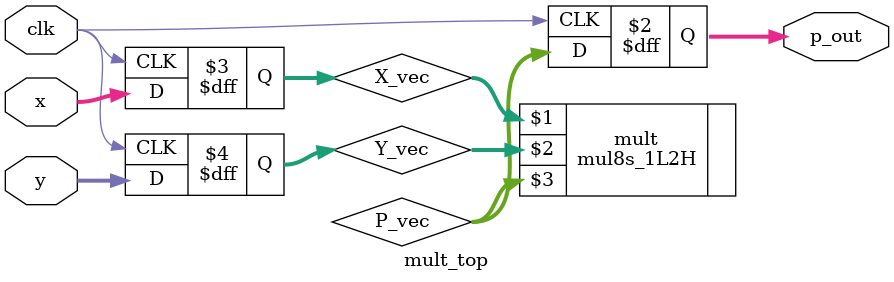
<source format=v>


module mult_top(
    // Clock and reset
    input clk,
    // Input X has a form x_i%d where %d denotes the bit number
    input  [15:0] x,
    // Input Y has a form y_i%d where %d denotes the bit number
    input  [15:0] y,
    // Output P has a form p_out%d where %d denotes the bit number
    output reg [31:0] p_out
    );

    
    // Now we have X_vec and Y_vec signal 
    // Then we do processing with these signals and store the 
    // intermidiate result in P_vec
    // For example purposes X_vec and Y_vec are concanated and stored in P_vec
    wire [31:0] P_vec;
    reg [15:0] X_vec;
    reg [15:0] Y_vec;
    
    mul8s_1L2H mult(X_vec,Y_vec,P_vec); 

 
    always @(posedge clk) 
    begin
        p_out = P_vec;
        X_vec = x;
        Y_vec = y;
    end

endmodule 


</source>
